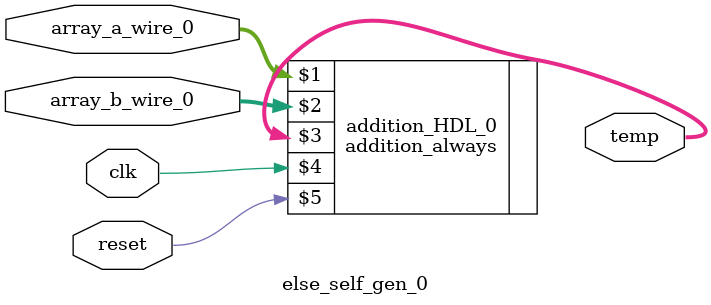
<source format=v>
module else_self_gen_0( input clk, input reset, input [31:0]array_a_wire_0, input [31:0]array_b_wire_0, output [31:0]temp); 
	wire [31:0]temp;
	//Proceed with temp = array_a_wire_0 + array_b_wire_0
	addition_always addition_HDL_0(array_a_wire_0, array_b_wire_0, temp, clk,  reset);
endmodule
</source>
